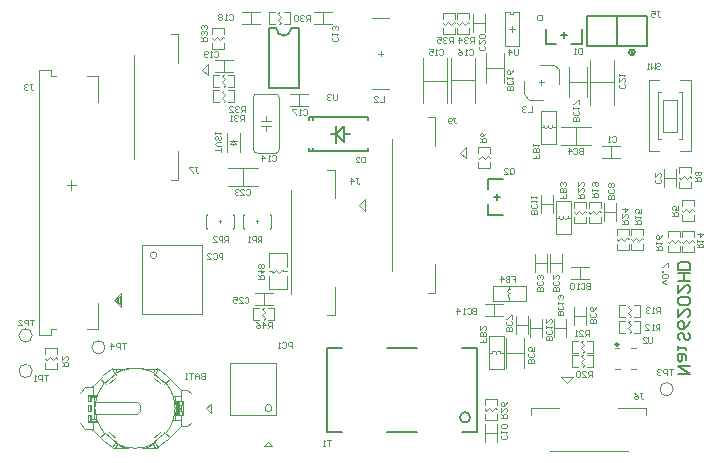
<source format=gbo>
%FSLAX44Y44*%
%MOMM*%
G71*
G01*
G75*
G04 Layer_Color=32896*
%ADD10R,0.5000X0.6000*%
%ADD11R,1.0668X0.8128*%
%ADD12R,0.6000X0.5000*%
%ADD13R,0.8000X1.6000*%
%ADD14O,2.0320X0.6096*%
%ADD15R,2.0320X0.6096*%
%ADD16O,2.0000X0.3500*%
%ADD17R,1.5000X0.4000*%
G04:AMPARAMS|DCode=18|XSize=0.22mm|YSize=0.8mm|CornerRadius=0mm|HoleSize=0mm|Usage=FLASHONLY|Rotation=90.000|XOffset=0mm|YOffset=0mm|HoleType=Round|Shape=RoundedRectangle|*
%AMROUNDEDRECTD18*
21,1,0.2200,0.8000,0,0,90.0*
21,1,0.2200,0.8000,0,0,90.0*
1,1,0.0000,0.4000,0.1100*
1,1,0.0000,0.4000,-0.1100*
1,1,0.0000,-0.4000,-0.1100*
1,1,0.0000,-0.4000,0.1100*
%
%ADD18ROUNDEDRECTD18*%
G04:AMPARAMS|DCode=19|XSize=0.22mm|YSize=0.8mm|CornerRadius=0mm|HoleSize=0mm|Usage=FLASHONLY|Rotation=0.000|XOffset=0mm|YOffset=0mm|HoleType=Round|Shape=RoundedRectangle|*
%AMROUNDEDRECTD19*
21,1,0.2200,0.8000,0,0,0.0*
21,1,0.2200,0.8000,0,0,0.0*
1,1,0.0000,0.1100,-0.4000*
1,1,0.0000,-0.1100,-0.4000*
1,1,0.0000,-0.1100,0.4000*
1,1,0.0000,0.1100,0.4000*
%
%ADD19ROUNDEDRECTD19*%
%ADD20R,4.3000X4.3000*%
%ADD21R,1.4000X0.6000*%
%ADD22R,1.8000X0.2500*%
%ADD23R,1.2000X2.2000*%
%ADD24R,1.6000X1.4000*%
%ADD25R,1.1000X1.4000*%
%ADD26R,0.7000X1.6000*%
%ADD27R,0.6000X0.7000*%
%ADD28R,1.2000X1.4000*%
%ADD29P,1.8385X4X90.0*%
%ADD30R,0.8890X1.0160*%
%ADD31R,1.0160X0.8890*%
%ADD32C,0.4000*%
%ADD33C,0.2000*%
%ADD34C,0.3000*%
%ADD35C,0.2540*%
%ADD36C,0.1270*%
%ADD37C,0.5000*%
%ADD38C,0.6000*%
%ADD39C,0.5000*%
%ADD40C,0.3000*%
G04:AMPARAMS|DCode=41|XSize=4mm|YSize=4mm|CornerRadius=2mm|HoleSize=0mm|Usage=FLASHONLY|Rotation=0.000|XOffset=0mm|YOffset=0mm|HoleType=Round|Shape=RoundedRectangle|*
%AMROUNDEDRECTD41*
21,1,4.0000,0.0000,0,0,0.0*
21,1,0.0000,4.0000,0,0,0.0*
1,1,4.0000,0.0000,0.0000*
1,1,4.0000,0.0000,0.0000*
1,1,4.0000,0.0000,0.0000*
1,1,4.0000,0.0000,0.0000*
%
%ADD41ROUNDEDRECTD41*%
%ADD42R,1.5240X1.5240*%
%ADD43C,1.5240*%
%ADD44C,0.8000*%
%ADD45R,0.8128X1.0668*%
%ADD46P,1.8385X4X180.0*%
%ADD47R,1.3970X1.3970*%
%ADD48R,2.1000X0.8000*%
%ADD49R,3.0000X2.1000*%
%ADD50R,1.6000X1.2000*%
%ADD51R,1.2000X1.8000*%
%ADD52R,1.0000X1.6000*%
%ADD53R,0.7500X0.2000*%
%ADD54R,0.2000X0.7500*%
%ADD55C,0.8000*%
%ADD56R,0.4064X0.5500*%
%ADD57R,0.3048X0.5500*%
%ADD58R,0.8128X0.8128*%
%ADD59R,1.6000X2.2000*%
G04:AMPARAMS|DCode=60|XSize=2mm|YSize=2mm|CornerRadius=0mm|HoleSize=0mm|Usage=FLASHONLY|Rotation=180.000|XOffset=0mm|YOffset=0mm|HoleType=Round|Shape=RoundedRectangle|*
%AMROUNDEDRECTD60*
21,1,2.0000,2.0000,0,0,180.0*
21,1,2.0000,2.0000,0,0,180.0*
1,1,0.0000,-1.0000,1.0000*
1,1,0.0000,1.0000,1.0000*
1,1,0.0000,1.0000,-1.0000*
1,1,0.0000,-1.0000,-1.0000*
%
%ADD60ROUNDEDRECTD60*%
%ADD61R,0.8128X0.8128*%
%ADD62R,2.4130X2.1844*%
%ADD63R,1.1000X0.3000*%
%ADD64R,2.1500X6.3000*%
%ADD65R,1.2000X2.0000*%
%ADD66R,0.7000X0.6000*%
%ADD67R,0.8000X2.1000*%
%ADD68R,2.1000X3.0000*%
%ADD69R,1.1000X0.5000*%
%ADD70R,0.7600X1.5200*%
%ADD71C,0.1999*%
%ADD72C,0.1250*%
%ADD73C,0.2032*%
%ADD74C,0.1000*%
%ADD75C,0.1200*%
%ADD76R,0.7040X0.8040*%
%ADD77R,1.2708X1.0168*%
%ADD78R,0.8040X0.7040*%
%ADD79R,1.0040X1.8040*%
%ADD80O,2.2360X0.8136*%
%ADD81R,2.2360X0.8136*%
%ADD82O,2.2040X0.5540*%
%ADD83R,1.7040X0.6040*%
G04:AMPARAMS|DCode=84|XSize=0.424mm|YSize=1.004mm|CornerRadius=0mm|HoleSize=0mm|Usage=FLASHONLY|Rotation=90.000|XOffset=0mm|YOffset=0mm|HoleType=Round|Shape=RoundedRectangle|*
%AMROUNDEDRECTD84*
21,1,0.4240,1.0040,0,0,90.0*
21,1,0.4240,1.0040,0,0,90.0*
1,1,0.0000,0.5020,0.2120*
1,1,0.0000,0.5020,-0.2120*
1,1,0.0000,-0.5020,-0.2120*
1,1,0.0000,-0.5020,0.2120*
%
%ADD84ROUNDEDRECTD84*%
G04:AMPARAMS|DCode=85|XSize=0.424mm|YSize=1.004mm|CornerRadius=0mm|HoleSize=0mm|Usage=FLASHONLY|Rotation=0.000|XOffset=0mm|YOffset=0mm|HoleType=Round|Shape=RoundedRectangle|*
%AMROUNDEDRECTD85*
21,1,0.4240,1.0040,0,0,0.0*
21,1,0.4240,1.0040,0,0,0.0*
1,1,0.0000,0.2120,-0.5020*
1,1,0.0000,-0.2120,-0.5020*
1,1,0.0000,-0.2120,0.5020*
1,1,0.0000,0.2120,0.5020*
%
%ADD85ROUNDEDRECTD85*%
%ADD86R,4.5040X4.5040*%
%ADD87R,1.6040X0.8040*%
%ADD88R,2.0040X0.4540*%
%ADD89R,1.4040X2.4040*%
%ADD90R,1.8040X1.6040*%
%ADD91R,1.3040X1.6040*%
%ADD92R,0.9040X1.8040*%
%ADD93R,0.8040X0.9040*%
%ADD94R,1.4040X1.6040*%
%ADD95P,2.1270X4X90.0*%
%ADD96R,1.0930X1.2200*%
%ADD97R,1.2200X1.0930*%
%ADD98C,0.7040*%
%ADD99C,0.5040*%
%ADD100C,0.2040*%
G04:AMPARAMS|DCode=101|XSize=4.204mm|YSize=4.204mm|CornerRadius=2.102mm|HoleSize=0mm|Usage=FLASHONLY|Rotation=0.000|XOffset=0mm|YOffset=0mm|HoleType=Round|Shape=RoundedRectangle|*
%AMROUNDEDRECTD101*
21,1,4.2040,0.0000,0,0,0.0*
21,1,0.0000,4.2040,0,0,0.0*
1,1,4.2040,0.0000,0.0000*
1,1,4.2040,0.0000,0.0000*
1,1,4.2040,0.0000,0.0000*
1,1,4.2040,0.0000,0.0000*
%
%ADD101ROUNDEDRECTD101*%
%ADD102R,1.7280X1.7280*%
%ADD103C,1.7280*%
%ADD104R,1.0168X1.2708*%
%ADD105P,2.1270X4X180.0*%
%ADD106R,1.6010X1.6010*%
%ADD107R,2.3040X1.0040*%
%ADD108R,3.2040X2.3040*%
%ADD109R,1.8040X1.4040*%
%ADD110R,1.4040X2.0040*%
%ADD111R,1.2040X1.8040*%
%ADD112R,0.9540X0.4040*%
%ADD113R,0.4040X0.9540*%
%ADD114C,1.0040*%
%ADD115R,0.6104X0.7540*%
%ADD116R,0.5088X0.7540*%
%ADD117R,1.0168X1.0168*%
%ADD118R,1.8040X2.4040*%
G04:AMPARAMS|DCode=119|XSize=2.204mm|YSize=2.204mm|CornerRadius=0mm|HoleSize=0mm|Usage=FLASHONLY|Rotation=180.000|XOffset=0mm|YOffset=0mm|HoleType=Round|Shape=RoundedRectangle|*
%AMROUNDEDRECTD119*
21,1,2.2040,2.2040,0,0,180.0*
21,1,2.2040,2.2040,0,0,180.0*
1,1,0.0000,-1.1020,1.1020*
1,1,0.0000,1.1020,1.1020*
1,1,0.0000,1.1020,-1.1020*
1,1,0.0000,-1.1020,-1.1020*
%
%ADD119ROUNDEDRECTD119*%
%ADD120R,1.0168X1.0168*%
%ADD121R,2.6170X2.3884*%
%ADD122R,1.3040X0.5040*%
%ADD123R,2.3540X6.5040*%
%ADD124R,1.4040X2.2040*%
%ADD125R,0.9040X0.8040*%
%ADD126R,1.0040X2.3040*%
%ADD127R,2.3040X3.2040*%
%ADD128R,1.3040X0.7040*%
%ADD129R,0.9640X1.7240*%
%ADD130C,0.1524*%
D33*
X-18800Y83000D02*
X-11800Y76000D01*
X-18800Y83000D02*
X-11775Y90025D01*
X-11780Y76000D02*
Y90000D01*
X-18800Y75800D02*
Y90200D01*
X-23000Y83000D02*
X-18800D01*
X-11780D02*
X-7000D01*
X-42000Y97500D02*
X8000D01*
Y68500D02*
Y71000D01*
Y95000D02*
Y97500D01*
X-38000Y95000D02*
Y97500D01*
X-42000Y68500D02*
X8000D01*
X-38000D02*
Y71000D01*
X-42000Y68500D02*
Y71000D01*
Y95000D02*
Y97500D01*
X271000Y-120000D02*
X280997D01*
X271000Y-113336D01*
X280997D01*
X277665Y-108337D02*
Y-105005D01*
X275998Y-103339D01*
X271000D01*
Y-108337D01*
X272666Y-110003D01*
X274332Y-108337D01*
Y-103339D01*
X271000Y-100006D02*
Y-96674D01*
Y-98340D01*
X277665D01*
Y-100006D01*
X279331Y-85011D02*
X280997Y-86677D01*
Y-90010D01*
X279331Y-91676D01*
X277665D01*
X275998Y-90010D01*
Y-86677D01*
X274332Y-85011D01*
X272666D01*
X271000Y-86677D01*
Y-90010D01*
X272666Y-91676D01*
X280997Y-75015D02*
X279331Y-78347D01*
X275998Y-81679D01*
X272666D01*
X271000Y-80013D01*
Y-76681D01*
X272666Y-75015D01*
X274332D01*
X275998Y-76681D01*
Y-81679D01*
X271000Y-65018D02*
Y-71682D01*
X277665Y-65018D01*
X279331D01*
X280997Y-66684D01*
Y-70016D01*
X279331Y-71682D01*
Y-61685D02*
X280997Y-60019D01*
Y-56687D01*
X279331Y-55021D01*
X272666D01*
X271000Y-56687D01*
Y-60019D01*
X272666Y-61685D01*
X279331D01*
X271000Y-45024D02*
Y-51689D01*
X277665Y-45024D01*
X279331D01*
X280997Y-46690D01*
Y-50023D01*
X279331Y-51689D01*
X280997Y-41692D02*
X271000D01*
X275998D01*
Y-35027D01*
X280997D01*
X271000D01*
X280997Y-31695D02*
X271000D01*
Y-26697D01*
X272666Y-25031D01*
X279331D01*
X280997Y-26697D01*
Y-31695D01*
D35*
X220000Y-95000D02*
G03*
X220000Y-95000I-1000J0D01*
G01*
D36*
X94785Y-156860D02*
G03*
X94785Y-156860I-4387J0D01*
G01*
D71*
X-69490Y172740D02*
G03*
X-56790Y172740I6350J0D01*
G01*
X-50440Y121940D02*
Y172740D01*
X-75840Y121940D02*
X-50440D01*
X-75840D02*
Y172740D01*
X-69490D01*
X-56790D02*
X-50440D01*
D72*
X-73000Y-149000D02*
G03*
X-73000Y-149000I-3000J0D01*
G01*
X129269Y-52000D02*
G03*
X129272Y-55809I-634J-1905D01*
G01*
X129269Y-48190D02*
G03*
X129272Y-51999I-634J-1905D01*
G01*
X-203728Y-179662D02*
G03*
X-174346Y-179662I14691J30662D01*
G01*
X-221373Y-138493D02*
G03*
X-221373Y-159507I32336J-10507D01*
G01*
X-174346Y-118338D02*
G03*
X-203728Y-118338I-14691J-30662D01*
G01*
X-156540Y-158997D02*
G03*
X-156540Y-139003I-32497J9997D01*
G01*
X-220819Y-137495D02*
G03*
X-221164Y-138499I31782J-11505D01*
G01*
X-214929Y-127274D02*
G03*
X-220819Y-137495I25892J-21726D01*
G01*
X-221164Y-159501D02*
G03*
X-220819Y-160505I32127J10501D01*
G01*
X-156749Y-139005D02*
G03*
X-163145Y-127274I-32288J-9995D01*
G01*
X-220819Y-160505D02*
G03*
X-214929Y-170726I31782J11505D01*
G01*
X-163145Y-170726D02*
G03*
X-156749Y-158995I-25892J21726D01*
G01*
X-174432Y-179482D02*
G03*
X-173903Y-179222I-14605J30482D01*
G01*
Y-118778D02*
G03*
X-174432Y-118518I-15134J-30222D01*
G01*
X-210762Y-169689D02*
G03*
X-205639Y-173988I21725J20689D01*
G01*
Y-124012D02*
G03*
X-210762Y-128311I16602J-24988D01*
G01*
X-163758Y-127788D02*
G03*
X-172537Y-120421I-25280J-21212D01*
G01*
X-167312Y-128311D02*
G03*
X-172435Y-124012I-21725J-20689D01*
G01*
X-172537Y-177579D02*
G03*
X-163758Y-170212I-16500J28579D01*
G01*
X-172435Y-173988D02*
G03*
X-167312Y-169689I-16602J24988D01*
G01*
X-203642Y-118518D02*
G03*
X-204171Y-118778I14605J-30482D01*
G01*
X-204224Y-118804D02*
G03*
X-205937Y-119728I15187J-30196D01*
G01*
X-172137Y-119728D02*
G03*
X-173903Y-118778I-16900J-29272D01*
G01*
Y-179222D02*
G03*
X-172137Y-178272I-15134J30222D01*
G01*
X-161662Y-121875D02*
G03*
X-169811Y-115656I-27224J-27224D01*
G01*
Y-182344D02*
G03*
X-161662Y-176125I-19075J33442D01*
G01*
X-216170Y-176262D02*
G03*
X-208254Y-182347I27224J27224D01*
G01*
X-214316Y-170212D02*
G03*
X-205537Y-177579I25280J21212D01*
G01*
X-204171Y-179222D02*
G03*
X-203642Y-179482I15134J30222D01*
G01*
X-205886Y-178301D02*
G03*
X-204171Y-179222I16849J29301D01*
G01*
X-208254Y-182347D02*
G03*
X-207962Y-182514I19308J33308D01*
G01*
X-208254Y-115653D02*
G03*
X-216170Y-121738I19308J-33308D01*
G01*
X-205537Y-120421D02*
G03*
X-214317Y-127788I16500J-28579D01*
G01*
X117000Y-103269D02*
G03*
X113191Y-103272I-1905J634D01*
G01*
X120810Y-103269D02*
G03*
X117001Y-103272I-1905J634D01*
G01*
X174000Y13269D02*
G03*
X177809Y13272I1905J-634D01*
G01*
X170190Y13269D02*
G03*
X173999Y13272I1905J-634D01*
G01*
X156480Y181366D02*
G03*
X156480Y181366I-2500J0D01*
G01*
X161000Y90269D02*
G03*
X164809Y90272I1905J-634D01*
G01*
X157190Y90269D02*
G03*
X160999Y90272I1905J-634D01*
G01*
X54840Y108950D02*
Y147050D01*
X75160Y108950D02*
Y147050D01*
X54840Y128000D02*
X75160D01*
X78840Y109450D02*
Y147550D01*
X99160Y109450D02*
Y147550D01*
X78840Y128500D02*
X99160D01*
X28500Y-33000D02*
Y79000D01*
X59000Y-51150D02*
X65250D01*
Y-27400D01*
Y73150D02*
Y97150D01*
X59000D02*
X65250D01*
X85885Y67355D02*
X90885Y72355D01*
Y62355D02*
Y72355D01*
X85885Y67355D02*
X90885Y62355D01*
X-108500Y-111000D02*
X-69500D01*
X-108500Y-155000D02*
Y-111000D01*
Y-155000D02*
X-69500D01*
Y-111000D01*
X-76500Y-177500D02*
X-73000Y-181000D01*
X-80000D02*
X-73000D01*
X-80000D02*
X-76500Y-177500D01*
X227810Y-4730D02*
X229080Y-6000D01*
X225270Y-7270D02*
X227810Y-4730D01*
X222730D02*
X225270Y-7270D01*
X220190D02*
X222730Y-4730D01*
X218920Y-6000D02*
X220190Y-7270D01*
X229080Y-14890D02*
Y-9810D01*
X218920Y-14890D02*
X229080D01*
X218920D02*
Y-9810D01*
X229080Y-2190D02*
Y2890D01*
X218920D02*
X229080D01*
X218920Y-2190D02*
Y2890D01*
X228730Y-63190D02*
X230000Y-61920D01*
X228730Y-63190D02*
X231270Y-65730D01*
X228730Y-68270D02*
X231270Y-65730D01*
X228730Y-68270D02*
X231270Y-70810D01*
X230000Y-72080D02*
X231270Y-70810D01*
X233810Y-61920D02*
X238890D01*
Y-72080D02*
Y-61920D01*
X233810Y-72080D02*
X238890D01*
X221110Y-61920D02*
X226190D01*
X221110Y-72080D02*
Y-61920D01*
Y-72080D02*
X226190D01*
X-159000Y167450D02*
X-152750D01*
Y143450D02*
Y167450D01*
Y44550D02*
Y68300D01*
X-159000Y44550D02*
X-152750D01*
X-189500Y62000D02*
Y150000D01*
X-131927Y137635D02*
X-126927Y142635D01*
Y132635D02*
Y142635D01*
X-131927Y137635D02*
X-126927Y132635D01*
X114030Y-45650D02*
X138160D01*
X114030Y-58350D02*
Y-45650D01*
Y-58350D02*
X141970D01*
Y-45650D01*
X138160D02*
X141970D01*
X128000Y-58000D02*
Y-55810D01*
Y-48190D02*
Y-46000D01*
X230920Y-6000D02*
X232190Y-7270D01*
X234730Y-4730D01*
X237270Y-7270D01*
X239810Y-4730D01*
X241080Y-6000D01*
X230920Y-2190D02*
Y2890D01*
X241080D01*
Y-2190D02*
Y2890D01*
X230920Y-14890D02*
Y-9810D01*
Y-14890D02*
X241080D01*
Y-9810D01*
X83900Y176866D02*
X85170Y175596D01*
X87710Y178136D01*
X90250Y175596D01*
X92790Y178136D01*
X94060Y176866D01*
X83900Y180676D02*
Y185756D01*
X94060D01*
Y180676D02*
Y185756D01*
X83900Y167976D02*
Y173056D01*
Y167976D02*
X94060D01*
Y173056D01*
X-110190Y120080D02*
X-105110D01*
Y109920D02*
Y120080D01*
X-110190Y109920D02*
X-105110D01*
X-122890Y120080D02*
X-117810D01*
X-122890Y109920D02*
Y120080D01*
Y109920D02*
X-117810D01*
X-115270Y118810D02*
X-114000Y120080D01*
X-115270Y118810D02*
X-112730Y116270D01*
X-115270Y113730D02*
X-112730Y116270D01*
X-115270Y113730D02*
X-112730Y111190D01*
X-114000Y109920D02*
X-112730Y111190D01*
X-68270Y184810D02*
X-67000Y186080D01*
X-68270Y184810D02*
X-65730Y182270D01*
X-68270Y179730D02*
X-65730Y182270D01*
X-68270Y179730D02*
X-65730Y177190D01*
X-67000Y175920D02*
X-65730Y177190D01*
X-63190Y186080D02*
X-58110D01*
Y175920D02*
Y186080D01*
X-63190Y175920D02*
X-58110D01*
X-75890Y186080D02*
X-70810D01*
X-75890Y175920D02*
Y186080D01*
Y175920D02*
X-70810D01*
X-125000Y-152750D02*
Y-145250D01*
X-128750Y-149000D02*
X-125000Y-145250D01*
X-128750Y-149000D02*
X-125000Y-152750D01*
X-222500Y-144000D02*
X-187500D01*
X-185000Y-146500D01*
Y-151500D02*
Y-146500D01*
X-187500Y-154000D02*
X-185000Y-151500D01*
X-222500Y-154000D02*
X-187500D01*
X-227500Y-139090D02*
X-227500Y-139216D01*
X-227500Y-139090D02*
Y-138979D01*
Y-138890D01*
Y-138830D01*
Y-138802D01*
Y-138800D01*
X-222077Y-140977D02*
Y-139500D01*
Y-158500D02*
Y-157023D01*
X-155037Y-159000D02*
Y-155000D01*
Y-143000D02*
Y-139000D01*
X-152488Y-155000D02*
Y-143000D01*
X-153439Y-155000D02*
Y-143000D01*
X-223500Y-158500D02*
Y-139500D01*
X-155443Y-154241D02*
X-154439D01*
X-155443Y-143759D02*
X-154439D01*
X-155284Y-144910D02*
X-154439D01*
X-155284Y-153090D02*
X-154439D01*
X-223500Y-139500D02*
X-222077D01*
X-226000D02*
X-223500D01*
X-221995D02*
X-221990D01*
X-222077D02*
X-221995D01*
X-226000Y-158500D02*
X-223500D01*
X-222077D01*
X-221995D01*
X-221990D01*
X-227537Y-159500D02*
Y-155000D01*
Y-151415D02*
Y-146581D01*
Y-143000D02*
Y-138500D01*
X-228537Y-160500D02*
X-227537Y-159500D01*
X-228537Y-137500D02*
X-227537Y-138500D01*
X-236037Y-136500D02*
X-231037Y-131500D01*
X-228537Y-137500D02*
X-224737D01*
X-228537Y-160500D02*
Y-155000D01*
Y-151500D02*
Y-146500D01*
Y-143000D02*
Y-137500D01*
Y-160500D02*
X-224737D01*
X-231037Y-166500D02*
X-225931D01*
X-236037Y-161500D02*
X-231037Y-166500D01*
Y-131500D02*
X-225931D01*
X-150037Y-151232D02*
Y-146768D01*
Y-143000D02*
Y-139000D01*
Y-133500D02*
X-145037D01*
X-142037Y-136500D01*
X-148037Y-151500D02*
Y-146500D01*
X-145037Y-164500D02*
X-142037Y-161548D01*
X-150037Y-164500D02*
X-145037D01*
X-150037Y-159000D02*
Y-155000D01*
X-227500Y-149500D02*
X-226000D01*
X-227500Y-148500D02*
X-226000D01*
X-227500D02*
Y-146772D01*
Y-149500D02*
Y-148500D01*
Y-151228D02*
Y-149500D01*
Y-159200D02*
Y-158784D01*
X-226000Y-151228D02*
Y-149500D01*
Y-148500D01*
Y-146772D01*
Y-139216D02*
Y-138800D01*
Y-159200D02*
Y-158784D01*
X-227500Y-139300D02*
X-226000D01*
X-227500Y-139216D02*
X-226000D01*
X-227500Y-158784D02*
X-226000D01*
X-227500Y-158700D02*
X-226000D01*
X-151488Y-149500D02*
X-150037D01*
Y-151232D02*
X-149988D01*
X-151488Y-149500D02*
Y-148500D01*
Y-151416D02*
Y-149500D01*
Y-148500D02*
Y-146584D01*
X-150037Y-146768D02*
X-149988D01*
X-151488Y-148500D02*
X-150037D01*
X-149988Y-151416D02*
Y-151232D01*
Y-146768D02*
Y-146584D01*
X-154439Y-155000D02*
Y-154241D01*
Y-153090D01*
Y-152331D01*
Y-145669D02*
Y-144910D01*
Y-143759D01*
Y-143000D01*
X-151488Y-151416D02*
X-149988D01*
X-151488Y-146584D02*
X-149988D01*
X-227500Y-151228D02*
X-226000D01*
X-227500Y-146772D02*
X-226000D01*
X-227500Y-158700D02*
Y-155000D01*
Y-158784D02*
Y-158700D01*
Y-158784D02*
Y-158700D01*
Y-139300D02*
X-227500Y-139216D01*
X-227500Y-143000D02*
Y-139300D01*
Y-143000D02*
X-227500Y-139216D01*
X-151488Y-155000D02*
Y-151416D01*
X-148988Y-155000D02*
Y-151500D01*
X-151355D02*
X-148988D01*
X-148037D01*
X-155571Y-143000D02*
X-154439D01*
X-152488D02*
X-151488D01*
X-153439D02*
X-152488D01*
X-154439D02*
X-153439D01*
X-155571Y-155000D02*
X-154439D01*
X-153439D01*
X-152488D01*
X-151488D01*
X-148988D01*
X-148037D01*
Y-151500D01*
X-148988Y-143000D02*
X-148037D01*
Y-146500D02*
Y-143000D01*
X-148988Y-146500D02*
X-148037D01*
X-151488Y-146584D02*
Y-143000D01*
X-148988D01*
Y-146500D02*
Y-143000D01*
X-151355Y-146500D02*
X-148988D01*
X-151488Y-146584D02*
X-151355Y-146500D01*
X-226000Y-143000D02*
Y-139300D01*
X-226000Y-139216D01*
X-228500Y-146500D02*
X-226296D01*
X-228500Y-151500D02*
X-226296D01*
X-226000Y-158700D02*
X-226000Y-158784D01*
X-226000Y-158700D02*
Y-155000D01*
X-228500Y-143000D02*
X-226000D01*
X-228500Y-155000D02*
X-226000D01*
X-155201Y-145669D02*
X-154439D01*
Y-152331D02*
Y-145669D01*
X-155201Y-152331D02*
X-154439D01*
X-179517Y-116360D02*
Y-115500D01*
Y-182500D02*
Y-181640D01*
X-198556Y-182500D02*
Y-181640D01*
Y-116360D02*
Y-115500D01*
X-227537Y-159500D02*
X-224737D01*
X-227537Y-138500D02*
X-224737D01*
X-174410Y-118453D02*
X-174345Y-118338D01*
X-179517Y-115500D02*
X-175581Y-117776D01*
X-202495Y-117777D02*
X-198556Y-115500D01*
X-203729Y-118338D02*
X-203664Y-118453D01*
X-179517Y-182500D02*
X-175581Y-180224D01*
X-174410Y-179547D02*
X-174345Y-179662D01*
X-203729Y-179662D02*
X-203664Y-179547D01*
X-202495Y-180223D02*
X-198556Y-182500D01*
X-224737Y-138500D02*
Y-137500D01*
Y-138500D02*
X-221165D01*
X-224737Y-137500D02*
X-220821D01*
X-224737D02*
Y-130306D01*
Y-159500D02*
X-221165D01*
X-156750Y-139000D02*
X-150037D01*
Y-133500D01*
X-224737Y-160500D02*
X-220821D01*
X-224737Y-167694D02*
Y-160500D01*
Y-159500D01*
X-156750Y-159000D02*
X-150037D01*
Y-164500D02*
Y-159000D01*
X-174410Y-179547D02*
X-173887Y-179245D01*
X-174410Y-179547D02*
Y-179471D01*
Y-118529D02*
Y-118453D01*
X-173887Y-118755D01*
X-204187Y-118755D02*
X-203664Y-118453D01*
Y-118529D02*
Y-118453D01*
Y-179547D02*
Y-179471D01*
X-204187Y-179245D02*
X-203664Y-179547D01*
X-206053Y-115500D02*
X-198556D01*
X-179517D02*
X-172021D01*
X-183228D02*
X-179517D01*
X-198556D02*
X-194846D01*
X-179517Y-182500D02*
X-172021D01*
X-206053D02*
X-198556D01*
X-194846D01*
X-183228D02*
X-179517D01*
X-172537Y-120421D02*
X-172139Y-119727D01*
X-159415Y-173878D02*
X-150037Y-164500D01*
X-161662Y-176125D02*
X-159415Y-173878D01*
X-172537Y-177579D02*
X-172139Y-178273D01*
X-163766Y-170222D02*
X-159415Y-173878D01*
X-173068Y-121349D02*
X-172537Y-120421D01*
X-164578Y-169538D02*
X-163766Y-170222D01*
X-173068Y-176651D02*
X-172537Y-177579D01*
X-205537Y-120421D02*
X-205005Y-121349D01*
X-208266Y-115660D02*
X-207987Y-115500D01*
X-206053D01*
X-204187Y-118755D01*
X-204196Y-118790D02*
X-204187Y-118755D01*
X-173887Y-118755D02*
X-173878Y-118790D01*
X-173887Y-118755D02*
X-172021Y-115500D01*
X-170087D01*
X-172139Y-119727D02*
X-169806Y-115659D01*
X-172021Y-182500D02*
X-170087D01*
X-173887Y-179245D02*
X-172021Y-182500D01*
X-173887Y-179245D02*
X-173878Y-179210D01*
X-172139Y-178273D02*
X-169806Y-182341D01*
X-170087Y-115500D02*
X-169806Y-115659D01*
X-170087Y-182500D02*
X-169806Y-182341D01*
X-204196Y-179210D02*
X-204187Y-179245D01*
X-206053Y-182500D02*
X-204187Y-179245D01*
X-207987Y-182500D02*
X-206053D01*
X-208266Y-182340D02*
X-205935Y-178273D01*
X-205537Y-177579D01*
X-205005Y-176651D01*
X-218610Y-173821D02*
X-216170Y-176262D01*
X-225931Y-166500D02*
X-224737Y-167694D01*
X-218610Y-173821D01*
X-214312Y-170218D02*
X-213496Y-169534D01*
X-218610Y-173821D02*
X-214312Y-170218D01*
X-164578Y-128462D02*
X-163766Y-127779D01*
X-159415Y-124122D01*
X-161662Y-121875D02*
X-159415Y-124122D01*
X-150037Y-133500D01*
X-208266Y-115660D02*
X-205935Y-119727D01*
X-205537Y-120421D01*
X-218610Y-124179D02*
X-214311Y-127782D01*
X-213496Y-128465D01*
X-224737Y-130306D02*
X-218610Y-124179D01*
X-225931Y-131500D02*
X-224737Y-130306D01*
X-218610Y-124179D02*
X-216170Y-121738D01*
X-227500Y-159200D02*
X-226000D01*
X-227500Y-138800D02*
X-226000D01*
X125380Y-102505D02*
X140620D01*
X125380Y-115205D02*
Y-89805D01*
X140620Y-115205D02*
Y-89805D01*
X144080Y-86620D02*
Y-79000D01*
X133920D02*
X144080D01*
X133920Y-86620D02*
Y-79000D01*
X144080D02*
Y-71380D01*
X133920Y-79000D02*
X144080D01*
X133920D02*
Y-71380D01*
X207920Y17000D02*
Y24620D01*
Y17000D02*
X218080D01*
Y24620D01*
X207920Y9380D02*
Y17000D01*
X218080D01*
Y9380D02*
Y17000D01*
X188000Y-29920D02*
X195620D01*
X188000Y-40080D02*
Y-29920D01*
Y-40080D02*
X195620D01*
X180380Y-29920D02*
X188000D01*
Y-40080D02*
Y-29920D01*
X180380Y-40080D02*
X188000D01*
X145598Y-81495D02*
Y-73875D01*
Y-81495D02*
X155758D01*
Y-73875D01*
X145598Y-89115D02*
Y-81495D01*
X155758D01*
Y-89115D02*
Y-81495D01*
X175758Y-89115D02*
Y-81495D01*
X165598D02*
X175758D01*
X165598Y-89115D02*
Y-81495D01*
X175758D02*
Y-73875D01*
X165598Y-81495D02*
X175758D01*
X165598D02*
Y-73875D01*
X107380Y-71080D02*
X115000D01*
Y-60920D01*
X107380D02*
X115000D01*
Y-71080D02*
X122620D01*
X115000D02*
Y-60920D01*
X122620D01*
X108380Y139000D02*
X123620D01*
Y126300D02*
Y151700D01*
X108380Y126300D02*
Y151700D01*
X214000Y73080D02*
X221620D01*
X214000Y62920D02*
Y73080D01*
Y62920D02*
X221620D01*
X206380Y73080D02*
X214000D01*
Y62920D02*
Y73080D01*
X206380Y62920D02*
X214000D01*
X269080Y38380D02*
Y46000D01*
X258920D02*
X269080D01*
X258920Y38380D02*
Y46000D01*
X269080D02*
Y53620D01*
X258920Y46000D02*
X269080D01*
X258920D02*
Y53620D01*
X106920Y-170000D02*
Y-162380D01*
Y-170000D02*
X117080D01*
Y-162380D01*
X106920Y-177620D02*
Y-170000D01*
X117080D01*
Y-177620D02*
Y-170000D01*
X123350Y-112160D02*
Y-88030D01*
X110650D02*
X123350D01*
X110650Y-115970D02*
Y-88030D01*
Y-115970D02*
X123350D01*
Y-112160D01*
X111000Y-102000D02*
X113190D01*
X120810D02*
X123000D01*
X167650Y-1970D02*
Y22160D01*
Y-1970D02*
X180350D01*
Y25970D01*
X167650D02*
X180350D01*
X167650Y22160D02*
Y25970D01*
X177810Y12000D02*
X180000D01*
X168000D02*
X170190D01*
X-26323Y53010D02*
X-20073D01*
Y29010D02*
Y53010D01*
Y-69890D02*
Y-46140D01*
X-26323Y-69890D02*
X-20073D01*
X-56823Y-52440D02*
Y35560D01*
X750Y23196D02*
X5750Y28196D01*
Y18196D02*
Y28196D01*
X750Y23196D02*
X5750Y18196D01*
X100920Y66810D02*
Y71890D01*
X111080D01*
Y66810D02*
Y71890D01*
X100920Y54110D02*
Y59190D01*
Y54110D02*
X111080D01*
Y59190D01*
X100920Y63000D02*
X102190Y61730D01*
X104730Y64270D01*
X107270Y61730D01*
X109810Y64270D01*
X111080Y63000D01*
X228730Y-76190D02*
X230000Y-74920D01*
X228730Y-76190D02*
X231270Y-78730D01*
X228730Y-81270D02*
X231270Y-78730D01*
X228730Y-81270D02*
X231270Y-83810D01*
X230000Y-85080D02*
X231270Y-83810D01*
X233810Y-74920D02*
X238890D01*
Y-85080D02*
Y-74920D01*
X233810Y-85080D02*
X238890D01*
X221110Y-74920D02*
X226190D01*
X221110Y-85080D02*
Y-74920D01*
Y-85080D02*
X226190D01*
X261920Y-8000D02*
X263190Y-9270D01*
X265730Y-6730D01*
X268270Y-9270D01*
X270810Y-6730D01*
X272080Y-8000D01*
X261920Y-4190D02*
Y890D01*
X272080D01*
Y-4190D02*
Y890D01*
X261920Y-16890D02*
Y-11810D01*
Y-16890D02*
X272080D01*
Y-11810D01*
X281777Y68431D02*
Y128431D01*
X245778Y68431D02*
Y128431D01*
X273778Y78431D02*
Y118431D01*
X253778Y78431D02*
Y118431D01*
X269778Y84931D02*
Y111931D01*
X257778D02*
X269778D01*
X257778Y84931D02*
Y111931D01*
Y84931D02*
X269778D01*
X253778Y78431D02*
X256087D01*
X271444D02*
X273778D01*
X253778Y118431D02*
X255986D01*
X271394D02*
X273778D01*
X245778Y128431D02*
X254778D01*
X272778D02*
X281777D01*
X245778Y68431D02*
X254778D01*
X272778D02*
X281777D01*
X-106000Y74000D02*
Y75000D01*
X-106033Y77000D02*
Y78000D01*
X-109000Y77000D02*
X-103000D01*
X-100500Y68000D02*
Y84000D01*
X-111500Y68000D02*
Y84000D01*
X-106000Y77270D02*
X-103730Y75000D01*
X-108270D02*
X-106000Y77270D01*
X-108270Y75000D02*
X-103730D01*
X188730Y-93190D02*
X190000Y-91920D01*
X188730Y-93190D02*
X191270Y-95730D01*
X188730Y-98270D02*
X191270Y-95730D01*
X188730Y-98270D02*
X191270Y-100810D01*
X190000Y-102080D02*
X191270Y-100810D01*
X193810Y-91920D02*
X198890D01*
Y-102080D02*
Y-91920D01*
X193810Y-102080D02*
X198890D01*
X181110Y-91920D02*
X186190D01*
X181110Y-102080D02*
Y-91920D01*
Y-102080D02*
X186190D01*
X190000Y-114080D02*
X191270Y-112810D01*
X188730Y-110270D02*
X191270Y-112810D01*
X188730Y-110270D02*
X191270Y-107730D01*
X188730Y-105190D02*
X191270Y-107730D01*
X188730Y-105190D02*
X190000Y-103920D01*
X181110Y-114080D02*
X186190D01*
X181110D02*
Y-103920D01*
X186190D01*
X193810Y-114080D02*
X198890D01*
Y-103920D01*
X193810D02*
X198890D01*
X176371Y-127972D02*
X181371Y-122972D01*
X171371D02*
X181371D01*
X171371D02*
X176371Y-127972D01*
X162000Y-185500D02*
X228000D01*
X243750Y-155000D02*
Y-148750D01*
X220000D02*
X243750D01*
X146250D02*
X170250D01*
X146250Y-155000D02*
Y-148750D01*
X127480Y171866D02*
X132480D01*
X129980Y169366D02*
Y174366D01*
X135980Y157366D02*
Y186366D01*
X123980Y157366D02*
X135980D01*
X123980D02*
Y186366D01*
X128730D01*
Y184553D02*
Y186366D01*
Y184553D02*
X131230D01*
Y186366D01*
X135980D01*
X280810Y47270D02*
X282080Y46000D01*
X278270Y44730D02*
X280810Y47270D01*
X275730D02*
X278270Y44730D01*
X273190D02*
X275730Y47270D01*
X271920Y46000D02*
X273190Y44730D01*
X282080Y37110D02*
Y42190D01*
X271920Y37110D02*
X282080D01*
X271920D02*
Y42190D01*
X282080Y49810D02*
Y54890D01*
X271920D02*
X282080D01*
X271920Y49810D02*
Y54890D01*
X182920Y17000D02*
X184190Y15730D01*
X186730Y18270D01*
X189270Y15730D01*
X191810Y18270D01*
X193080Y17000D01*
X182920Y20810D02*
Y25890D01*
X193080D01*
Y20810D02*
Y25890D01*
X182920Y8110D02*
Y13190D01*
Y8110D02*
X193080D01*
Y13190D01*
X194920Y17000D02*
X196190Y15730D01*
X198730Y18270D01*
X201270Y15730D01*
X203810Y18270D01*
X205080Y17000D01*
X194920Y20810D02*
Y25890D01*
X205080D01*
Y20810D02*
Y25890D01*
X194920Y8110D02*
Y13190D01*
Y8110D02*
X205080D01*
Y13190D01*
X149920Y-26000D02*
Y-18380D01*
Y-26000D02*
X160080D01*
Y-18380D01*
X149920Y-33620D02*
Y-26000D01*
X160080D01*
Y-33620D02*
Y-26000D01*
X161920D02*
Y-18380D01*
Y-26000D02*
X172080D01*
Y-18380D01*
X161920Y-33620D02*
Y-26000D01*
X172080D01*
Y-33620D02*
Y-26000D01*
X165080Y16380D02*
Y24000D01*
X154920D02*
X165080D01*
X154920Y16380D02*
Y24000D01*
X165080D02*
Y31620D01*
X154920Y24000D02*
X165080D01*
X154920D02*
Y31620D01*
X106920Y-150000D02*
X108190Y-151270D01*
X110730Y-148730D01*
X113270Y-151270D01*
X115810Y-148730D01*
X117080Y-150000D01*
X106920Y-146190D02*
Y-141110D01*
X117080D01*
Y-146190D02*
Y-141110D01*
X106920Y-158890D02*
Y-153810D01*
Y-158890D02*
X117080D01*
Y-153810D01*
X193080Y-78620D02*
Y-71000D01*
X182920D02*
X193080D01*
X182920Y-78620D02*
Y-71000D01*
X193080D02*
Y-63380D01*
X182920Y-71000D02*
X193080D01*
X182920D02*
Y-63380D01*
X273920Y-8000D02*
X275190Y-9270D01*
X277730Y-6730D01*
X280270Y-9270D01*
X282810Y-6730D01*
X284080Y-8000D01*
X273920Y-4190D02*
Y890D01*
X284080D01*
Y-4190D02*
Y890D01*
X273920Y-16890D02*
Y-11810D01*
Y-16890D02*
X284080D01*
Y-11810D01*
X273920Y18000D02*
X275190Y16730D01*
X277730Y19270D01*
X280270Y16730D01*
X282810Y19270D01*
X284080Y18000D01*
X273920Y21810D02*
Y26890D01*
X284080D01*
Y21810D02*
Y26890D01*
X273920Y9110D02*
Y14190D01*
Y9110D02*
X284080D01*
Y14190D01*
X-57620Y106920D02*
X-50000D01*
Y117080D01*
X-57620D02*
X-50000D01*
Y106920D02*
X-42380D01*
X-50000D02*
Y117080D01*
X-42380D01*
X-91000Y186080D02*
X-83380D01*
X-91000Y175920D02*
Y186080D01*
Y175920D02*
X-83380D01*
X-98620Y186080D02*
X-91000D01*
Y175920D02*
Y186080D01*
X-98620Y175920D02*
X-91000D01*
X-37620D02*
X-30000D01*
Y186080D01*
X-37620D02*
X-30000D01*
Y175920D02*
X-22380D01*
X-30000D02*
Y186080D01*
X-22380D01*
X-121620Y135920D02*
X-114000D01*
Y146080D01*
X-121620D02*
X-114000D01*
Y135920D02*
X-106380D01*
X-114000D02*
Y146080D01*
X-106380D01*
X-123580Y164000D02*
X-122310Y162730D01*
X-119770Y165270D01*
X-117230Y162730D01*
X-114690Y165270D01*
X-113420Y164000D01*
X-123580Y167810D02*
Y172890D01*
X-113420D01*
Y167810D02*
Y172890D01*
X-123580Y155110D02*
Y160190D01*
Y155110D02*
X-113420D01*
Y160190D01*
X-256190Y-105730D02*
X-254920Y-107000D01*
X-258730Y-108270D02*
X-256190Y-105730D01*
X-261270D02*
X-258730Y-108270D01*
X-263810D02*
X-261270Y-105730D01*
X-265080Y-107000D02*
X-263810Y-108270D01*
X-254920Y-115890D02*
Y-110810D01*
X-265080Y-115890D02*
X-254920D01*
X-265080D02*
Y-110810D01*
X-254920Y-103190D02*
Y-98110D01*
X-265080D02*
X-254920D01*
X-265080Y-103190D02*
Y-98110D01*
X-114000Y122920D02*
X-112730Y124190D01*
X-115270Y126730D02*
X-112730Y124190D01*
X-115270Y126730D02*
X-112730Y129270D01*
X-115270Y131810D02*
X-112730Y129270D01*
X-115270Y131810D02*
X-114000Y133080D01*
X-122890Y122920D02*
X-117810D01*
X-122890D02*
Y133080D01*
X-117810D01*
X-110190Y122920D02*
X-105110D01*
Y133080D01*
X-110190D02*
X-105110D01*
X80790Y178136D02*
X82060Y176866D01*
X78250Y175596D02*
X80790Y178136D01*
X75710D02*
X78250Y175596D01*
X73170D02*
X75710Y178136D01*
X71900Y176866D02*
X73170Y175596D01*
X82060Y167976D02*
Y173056D01*
X71900Y167976D02*
X82060D01*
X71900D02*
Y173056D01*
X82060Y180676D02*
Y185756D01*
X71900D02*
X82060D01*
X71900Y180676D02*
Y185756D01*
X96900Y176866D02*
Y184486D01*
Y176866D02*
X107060D01*
Y184486D01*
X96900Y169246D02*
Y176866D01*
X107060D01*
Y169246D02*
Y176866D01*
X154650Y75030D02*
Y99160D01*
Y75030D02*
X167350D01*
Y102970D01*
X154650D02*
X167350D01*
X154650Y99160D02*
Y102970D01*
X164810Y89000D02*
X167000D01*
X155000D02*
X157190D01*
X184523Y73857D02*
Y89097D01*
X171823Y73857D02*
X197223D01*
X171823Y89097D02*
X197223D01*
X216160Y107950D02*
Y146050D01*
X195840Y107950D02*
Y146050D01*
Y127000D02*
X216160D01*
X178380D02*
X193620D01*
X178380Y114300D02*
Y139700D01*
X193620Y114300D02*
Y139700D01*
X-98000Y39380D02*
Y54620D01*
X-110700Y39380D02*
X-85300D01*
X-110700Y54620D02*
X-85300D01*
X-62920Y-33000D02*
X-60380D01*
X-64190Y-31730D02*
X-62920Y-33000D01*
X-66730Y-34270D02*
X-64190Y-31730D01*
X-69270D02*
X-66730Y-34270D01*
X-71810D02*
X-69270Y-31730D01*
X-73080Y-33000D02*
X-71810Y-34270D01*
X-75620Y-33000D02*
X-73080D01*
X-60380Y-48240D02*
Y-36810D01*
X-75620Y-48240D02*
X-60380D01*
X-75620D02*
Y-36810D01*
X-60380Y-29190D02*
Y-17760D01*
X-75620D02*
X-60380D01*
X-75620Y-29190D02*
Y-17760D01*
X-87620Y-62080D02*
X-80000D01*
Y-51920D01*
X-87620D02*
X-80000D01*
Y-62080D02*
X-72380D01*
X-80000D02*
Y-51920D01*
X-72380D01*
X-88890Y-74080D02*
X-83810D01*
X-88890D02*
Y-63920D01*
X-83810D01*
X-76190Y-74080D02*
X-71110D01*
Y-63920D01*
X-76190D02*
X-71110D01*
X-80000Y-74080D02*
X-78730Y-72810D01*
X-81270Y-70270D02*
X-78730Y-72810D01*
X-81270Y-70270D02*
X-78730Y-67730D01*
X-81270Y-65190D02*
X-78730Y-67730D01*
X-81270Y-65190D02*
X-80000Y-63920D01*
D73*
X171447Y167076D02*
X176451D01*
X158709Y159456D02*
X167599D01*
X180299D02*
X189189D01*
X173949Y164574D02*
Y169578D01*
X158709Y159456D02*
Y172156D01*
X189189Y159456D02*
Y172156D01*
X-26441Y-169550D02*
X-13741Y-169560D01*
X87859D02*
X100559Y-169550D01*
X-26441Y-98450D02*
X-13741Y-98440D01*
X87859D02*
X100559Y-98450D01*
X24359Y-98440D02*
X49759D01*
X-26441Y-169550D02*
Y-98450D01*
X24359Y-169560D02*
X49759D01*
X100559Y-169550D02*
Y-98450D01*
X109456Y14811D02*
X122156D01*
X109456Y45291D02*
X122156D01*
X114574Y30051D02*
X119578D01*
X109456Y14811D02*
Y23701D01*
Y36401D02*
Y45291D01*
X117076Y27549D02*
Y32553D01*
D74*
X-170620Y-19560D02*
G03*
X-170620Y-19560I-2828J0D01*
G01*
X-182780Y-69600D02*
Y-11180D01*
X-131980D01*
Y-69600D02*
Y-11180D01*
X-182780Y-69600D02*
X-131980D01*
X231000Y-116000D02*
X235000D01*
X217000D02*
X221250D01*
X231000Y-98000D02*
X235000D01*
X217000D02*
X221000D01*
X-18000Y116998D02*
Y112833D01*
X-18833Y112000D01*
X-20499D01*
X-21332Y112833D01*
Y116998D01*
X-22998Y116165D02*
X-23831Y116998D01*
X-25498D01*
X-26331Y116165D01*
Y115332D01*
X-25498Y114499D01*
X-24664D01*
X-25498D01*
X-26331Y113666D01*
Y112833D01*
X-25498Y112000D01*
X-23831D01*
X-22998Y112833D01*
X249000Y-89002D02*
Y-93167D01*
X248167Y-94000D01*
X246501D01*
X245668Y-93167D01*
Y-89002D01*
X240669Y-94000D02*
X244002D01*
X240669Y-90668D01*
Y-89835D01*
X241502Y-89002D01*
X243169D01*
X244002Y-89835D01*
X80000Y160000D02*
Y164998D01*
X77501D01*
X76668Y164165D01*
Y162499D01*
X77501Y161666D01*
X80000D01*
X78334D02*
X76668Y160000D01*
X75002Y164165D02*
X74169Y164998D01*
X72502D01*
X71669Y164165D01*
Y163332D01*
X72502Y162499D01*
X73335D01*
X72502D01*
X71669Y161666D01*
Y160833D01*
X72502Y160000D01*
X74169D01*
X75002Y160833D01*
X66671Y164998D02*
X70003D01*
Y162499D01*
X68337Y163332D01*
X67504D01*
X66671Y162499D01*
Y160833D01*
X67504Y160000D01*
X69170D01*
X70003Y160833D01*
X-133000Y162000D02*
X-128002D01*
Y164499D01*
X-128835Y165332D01*
X-130501D01*
X-131334Y164499D01*
Y162000D01*
Y163666D02*
X-133000Y165332D01*
X-128835Y166998D02*
X-128002Y167831D01*
Y169498D01*
X-128835Y170331D01*
X-129668D01*
X-130501Y169498D01*
Y168664D01*
Y169498D01*
X-131334Y170331D01*
X-132167D01*
X-133000Y169498D01*
Y167831D01*
X-132167Y166998D01*
X-128835Y171997D02*
X-128002Y172830D01*
Y174496D01*
X-128835Y175329D01*
X-129668D01*
X-130501Y174496D01*
Y173663D01*
Y174496D01*
X-131334Y175329D01*
X-132167D01*
X-133000Y174496D01*
Y172830D01*
X-132167Y171997D01*
X121000Y-157000D02*
X125998D01*
Y-154501D01*
X125165Y-153668D01*
X123499D01*
X122666Y-154501D01*
Y-157000D01*
Y-155334D02*
X121000Y-153668D01*
Y-148669D02*
Y-152002D01*
X124332Y-148669D01*
X125165D01*
X125998Y-149502D01*
Y-151169D01*
X125165Y-152002D01*
X125998Y-143671D02*
X125165Y-145337D01*
X123499Y-147003D01*
X121833D01*
X121000Y-146170D01*
Y-144504D01*
X121833Y-143671D01*
X122666D01*
X123499Y-144504D01*
Y-147003D01*
X223000Y7000D02*
X227998D01*
Y9499D01*
X227165Y10332D01*
X225499D01*
X224666Y9499D01*
Y7000D01*
Y8666D02*
X223000Y10332D01*
Y15331D02*
Y11998D01*
X226332Y15331D01*
X227165D01*
X227998Y14498D01*
Y12831D01*
X227165Y11998D01*
X223000Y19496D02*
X227998D01*
X225499Y16997D01*
Y20329D01*
X185842Y29270D02*
X190840D01*
Y31769D01*
X190007Y32602D01*
X188341D01*
X187508Y31769D01*
Y29270D01*
Y30936D02*
X185842Y32602D01*
Y37601D02*
Y34268D01*
X189174Y37601D01*
X190007D01*
X190840Y36767D01*
Y35101D01*
X190007Y34268D01*
X185842Y42599D02*
Y39267D01*
X189174Y42599D01*
X190007D01*
X190840Y41766D01*
Y40100D01*
X190007Y39267D01*
X287000Y-13000D02*
X291998D01*
Y-10501D01*
X291165Y-9668D01*
X289499D01*
X288666Y-10501D01*
Y-13000D01*
Y-11334D02*
X287000Y-9668D01*
Y-8002D02*
Y-6335D01*
Y-7169D01*
X291998D01*
X291165Y-8002D01*
X287000Y-1337D02*
X291998D01*
X289499Y-3836D01*
Y-504D01*
X-115000Y-23000D02*
Y-18002D01*
X-117499D01*
X-118332Y-18835D01*
Y-20501D01*
X-117499Y-21334D01*
X-115000D01*
X-123331Y-18835D02*
X-122498Y-18002D01*
X-120831D01*
X-119998Y-18835D01*
Y-22167D01*
X-120831Y-23000D01*
X-122498D01*
X-123331Y-22167D01*
X-128329Y-23000D02*
X-124997D01*
X-128329Y-19668D01*
Y-18835D01*
X-127496Y-18002D01*
X-125830D01*
X-124997Y-18835D01*
X-56000Y-98000D02*
Y-93002D01*
X-58499D01*
X-59332Y-93835D01*
Y-95501D01*
X-58499Y-96334D01*
X-56000D01*
X-64331Y-93835D02*
X-63498Y-93002D01*
X-61831D01*
X-60998Y-93835D01*
Y-97167D01*
X-61831Y-98000D01*
X-63498D01*
X-64331Y-97167D01*
X-65997Y-98000D02*
X-67663D01*
X-66830D01*
Y-93002D01*
X-65997Y-93835D01*
X147000Y106787D02*
Y101789D01*
X143668D01*
X142002Y105954D02*
X141169Y106787D01*
X139502D01*
X138669Y105954D01*
Y105121D01*
X139502Y104288D01*
X140336D01*
X139502D01*
X138669Y103455D01*
Y102622D01*
X139502Y101789D01*
X141169D01*
X142002Y102622D01*
X80588Y96998D02*
X82254D01*
X81421D01*
Y92833D01*
X82254Y92000D01*
X83087D01*
X83920Y92833D01*
X78922D02*
X78089Y92000D01*
X76423D01*
X75589Y92833D01*
Y96165D01*
X76423Y96998D01*
X78089D01*
X78922Y96165D01*
Y95332D01*
X78089Y94499D01*
X75589D01*
X189000Y155998D02*
Y151000D01*
X186501D01*
X185668Y151833D01*
Y155165D01*
X186501Y155998D01*
X189000D01*
X184002Y151000D02*
X182335D01*
X183169D01*
Y155998D01*
X184002Y155165D01*
X93668Y154165D02*
X94501Y154998D01*
X96167D01*
X97000Y154165D01*
Y150833D01*
X96167Y150000D01*
X94501D01*
X93668Y150833D01*
X92002Y150000D02*
X90336D01*
X91169D01*
Y154998D01*
X92002Y154165D01*
X84504Y154998D02*
X86170Y154165D01*
X87836Y152499D01*
Y150833D01*
X87003Y150000D01*
X85337D01*
X84504Y150833D01*
Y151666D01*
X85337Y152499D01*
X87836D01*
X68668Y154165D02*
X69501Y154998D01*
X71167D01*
X72000Y154165D01*
Y150833D01*
X71167Y150000D01*
X69501D01*
X68668Y150833D01*
X67002Y150000D02*
X65335D01*
X66169D01*
Y154998D01*
X67002Y154165D01*
X59504Y154998D02*
X62836D01*
Y152499D01*
X61170Y153332D01*
X60337D01*
X59504Y152499D01*
Y150833D01*
X60337Y150000D01*
X62003D01*
X62836Y150833D01*
X-73332Y64165D02*
X-72499Y64998D01*
X-70833D01*
X-70000Y64165D01*
Y60833D01*
X-70833Y60000D01*
X-72499D01*
X-73332Y60833D01*
X-74998Y60000D02*
X-76665D01*
X-75831D01*
Y64998D01*
X-74998Y64165D01*
X-81663Y60000D02*
Y64998D01*
X-79164Y62499D01*
X-82496D01*
X-18105Y165174D02*
X-17272Y164341D01*
Y162675D01*
X-18105Y161842D01*
X-21437D01*
X-22270Y162675D01*
Y164341D01*
X-21437Y165174D01*
X-22270Y166840D02*
Y168506D01*
Y167673D01*
X-17272D01*
X-18105Y166840D01*
Y171006D02*
X-17272Y171839D01*
Y173505D01*
X-18105Y174338D01*
X-18938D01*
X-19771Y173505D01*
Y172672D01*
Y173505D01*
X-20604Y174338D01*
X-21437D01*
X-22270Y173505D01*
Y171839D01*
X-21437Y171006D01*
X266305Y-115823D02*
X262973D01*
X264639D01*
Y-120821D01*
X261307D02*
Y-115823D01*
X258808D01*
X257974Y-116656D01*
Y-118322D01*
X258808Y-119155D01*
X261307D01*
X256308Y-116656D02*
X255475Y-115823D01*
X253809D01*
X252976Y-116656D01*
Y-117489D01*
X253809Y-118322D01*
X254642D01*
X253809D01*
X252976Y-119155D01*
Y-119988D01*
X253809Y-120821D01*
X255475D01*
X256308Y-119988D01*
X-110000Y-8000D02*
Y-3002D01*
X-112499D01*
X-113332Y-3835D01*
Y-5501D01*
X-112499Y-6334D01*
X-110000D01*
X-111666D02*
X-113332Y-8000D01*
X-114998D02*
Y-3002D01*
X-117498D01*
X-118331Y-3835D01*
Y-5501D01*
X-117498Y-6334D01*
X-114998D01*
X-123329Y-8000D02*
X-119997D01*
X-123329Y-4668D01*
Y-3835D01*
X-122496Y-3002D01*
X-120830D01*
X-119997Y-3835D01*
X-82000Y-8000D02*
Y-3002D01*
X-84499D01*
X-85332Y-3835D01*
Y-5501D01*
X-84499Y-6334D01*
X-82000D01*
X-83666D02*
X-85332Y-8000D01*
X-86998D02*
Y-3002D01*
X-89497D01*
X-90331Y-3835D01*
Y-5501D01*
X-89497Y-6334D01*
X-86998D01*
X-91997Y-8000D02*
X-93663D01*
X-92830D01*
Y-3002D01*
X-91997Y-3835D01*
X195000Y-87677D02*
Y-82678D01*
X192501D01*
X191668Y-83511D01*
Y-85178D01*
X192501Y-86011D01*
X195000D01*
X193334D02*
X191668Y-87677D01*
X186669D02*
X190002D01*
X186669Y-84345D01*
Y-83511D01*
X187502Y-82678D01*
X189169D01*
X190002Y-83511D01*
X185003Y-87677D02*
X183337D01*
X184170D01*
Y-82678D01*
X185003Y-83511D01*
X197703Y-122366D02*
Y-117367D01*
X195204D01*
X194371Y-118200D01*
Y-119867D01*
X195204Y-120700D01*
X197703D01*
X196037D02*
X194371Y-122366D01*
X189373D02*
X192705D01*
X189373Y-119033D01*
Y-118200D01*
X190205Y-117367D01*
X191872D01*
X192705Y-118200D01*
X187706D02*
X186873Y-117367D01*
X185207D01*
X184374Y-118200D01*
Y-121533D01*
X185207Y-122366D01*
X186873D01*
X187706Y-121533D01*
Y-118200D01*
X198000Y30000D02*
X202998D01*
Y32499D01*
X202165Y33332D01*
X200499D01*
X199666Y32499D01*
Y30000D01*
Y31666D02*
X198000Y33332D01*
Y34998D02*
Y36665D01*
Y35831D01*
X202998D01*
X202165Y34998D01*
X198833Y39164D02*
X198000Y39997D01*
Y41663D01*
X198833Y42496D01*
X202165D01*
X202998Y41663D01*
Y39997D01*
X202165Y39164D01*
X201332D01*
X200499Y39997D01*
Y42496D01*
X255730Y-68770D02*
Y-63772D01*
X253231D01*
X252398Y-64605D01*
Y-66271D01*
X253231Y-67104D01*
X255730D01*
X254064D02*
X252398Y-68770D01*
X250732D02*
X249065D01*
X249899D01*
Y-63772D01*
X250732Y-64605D01*
X246566D02*
X245733Y-63772D01*
X244067D01*
X243234Y-64605D01*
Y-65438D01*
X244067Y-66271D01*
X244900D01*
X244067D01*
X243234Y-67104D01*
Y-67937D01*
X244067Y-68770D01*
X245733D01*
X246566Y-67937D01*
X-138332Y54998D02*
X-136666D01*
X-137499D01*
Y50833D01*
X-136666Y50000D01*
X-135833D01*
X-135000Y50833D01*
X-139998Y54998D02*
X-143331D01*
Y54165D01*
X-139998Y50833D01*
Y50000D01*
X129668Y-37002D02*
X133000D01*
Y-39501D01*
X131334D01*
X133000D01*
Y-42000D01*
X128002Y-37002D02*
Y-42000D01*
X125502D01*
X124669Y-41167D01*
Y-40334D01*
X125502Y-39501D01*
X128002D01*
X125502D01*
X124669Y-38668D01*
Y-37835D01*
X125502Y-37002D01*
X128002D01*
X120504Y-42000D02*
Y-37002D01*
X123003Y-39501D01*
X119671D01*
X234000Y7000D02*
X238998D01*
Y9499D01*
X238165Y10332D01*
X236499D01*
X235666Y9499D01*
Y7000D01*
Y8666D02*
X234000Y10332D01*
Y11998D02*
Y13664D01*
Y12831D01*
X238998D01*
X238165Y11998D01*
X238998Y19496D02*
Y16164D01*
X236499D01*
X237332Y17830D01*
Y18663D01*
X236499Y19496D01*
X234833D01*
X234000Y18663D01*
Y16997D01*
X234833Y16164D01*
X98000Y160000D02*
Y164998D01*
X95501D01*
X94668Y164165D01*
Y162499D01*
X95501Y161666D01*
X98000D01*
X96334D02*
X94668Y160000D01*
X93002Y164165D02*
X92169Y164998D01*
X90503D01*
X89669Y164165D01*
Y163332D01*
X90503Y162499D01*
X91335D01*
X90503D01*
X89669Y161666D01*
Y160833D01*
X90503Y160000D01*
X92169D01*
X93002Y160833D01*
X85504Y160000D02*
Y164998D01*
X88003Y162499D01*
X84671D01*
X-97000Y94000D02*
Y98998D01*
X-99499D01*
X-100332Y98165D01*
Y96499D01*
X-99499Y95666D01*
X-97000D01*
X-98666D02*
X-100332Y94000D01*
X-101998Y98165D02*
X-102831Y98998D01*
X-104498D01*
X-105331Y98165D01*
Y97332D01*
X-104498Y96499D01*
X-103665D01*
X-104498D01*
X-105331Y95666D01*
Y94833D01*
X-104498Y94000D01*
X-102831D01*
X-101998Y94833D01*
X-106997Y94000D02*
X-108663D01*
X-107830D01*
Y98998D01*
X-106997Y98165D01*
X-41000Y179000D02*
Y183998D01*
X-43499D01*
X-44332Y183165D01*
Y181499D01*
X-43499Y180666D01*
X-41000D01*
X-42666D02*
X-44332Y179000D01*
X-45998Y183165D02*
X-46831Y183998D01*
X-48498D01*
X-49331Y183165D01*
Y182332D01*
X-48498Y181499D01*
X-47664D01*
X-48498D01*
X-49331Y180666D01*
Y179833D01*
X-48498Y179000D01*
X-46831D01*
X-45998Y179833D01*
X-50997Y183165D02*
X-51830Y183998D01*
X-53496D01*
X-54329Y183165D01*
Y179833D01*
X-53496Y179000D01*
X-51830D01*
X-50997Y179833D01*
Y183165D01*
X252668Y186998D02*
X254334D01*
X253501D01*
Y182833D01*
X254334Y182000D01*
X255167D01*
X256000Y182833D01*
X247669Y186998D02*
X251002D01*
Y184499D01*
X249335Y185332D01*
X248502D01*
X247669Y184499D01*
Y182833D01*
X248502Y182000D01*
X250169D01*
X251002Y182833D01*
X-130000Y-119002D02*
Y-124000D01*
X-132499D01*
X-133332Y-123167D01*
Y-122334D01*
X-132499Y-121501D01*
X-130000D01*
X-132499D01*
X-133332Y-120668D01*
Y-119835D01*
X-132499Y-119002D01*
X-130000D01*
X-134998Y-124000D02*
Y-120668D01*
X-136664Y-119002D01*
X-138331Y-120668D01*
Y-124000D01*
Y-121501D01*
X-134998D01*
X-139997Y-119002D02*
X-143329D01*
X-141663D01*
Y-124000D01*
X-144995D02*
X-146661D01*
X-145828D01*
Y-119002D01*
X-144995Y-119835D01*
X169998Y-50000D02*
X165000D01*
Y-47501D01*
X165833Y-46668D01*
X166666D01*
X167499Y-47501D01*
Y-50000D01*
Y-47501D01*
X168332Y-46668D01*
X169165D01*
X169998Y-47501D01*
Y-50000D01*
X169165Y-41669D02*
X169998Y-42502D01*
Y-44169D01*
X169165Y-45002D01*
X165833D01*
X165000Y-44169D01*
Y-42502D01*
X165833Y-41669D01*
X165000Y-36671D02*
Y-40003D01*
X168332Y-36671D01*
X169165D01*
X169998Y-37504D01*
Y-39170D01*
X169165Y-40003D01*
X155998Y-50000D02*
X151000D01*
Y-47501D01*
X151833Y-46668D01*
X152666D01*
X153499Y-47501D01*
Y-50000D01*
Y-47501D01*
X154332Y-46668D01*
X155165D01*
X155998Y-47501D01*
Y-50000D01*
X155165Y-41669D02*
X155998Y-42502D01*
Y-44169D01*
X155165Y-45002D01*
X151833D01*
X151000Y-44169D01*
Y-42502D01*
X151833Y-41669D01*
X155165Y-40003D02*
X155998Y-39170D01*
Y-37504D01*
X155165Y-36671D01*
X154332D01*
X153499Y-37504D01*
Y-38337D01*
Y-37504D01*
X152666Y-36671D01*
X151833D01*
X151000Y-37504D01*
Y-39170D01*
X151833Y-40003D01*
X190523Y71475D02*
Y66477D01*
X188024D01*
X187191Y67310D01*
Y68143D01*
X188024Y68976D01*
X190523D01*
X188024D01*
X187191Y69809D01*
Y70642D01*
X188024Y71475D01*
X190523D01*
X182193Y70642D02*
X183026Y71475D01*
X184692D01*
X185525Y70642D01*
Y67310D01*
X184692Y66477D01*
X183026D01*
X182193Y67310D01*
X178027Y66477D02*
Y71475D01*
X180527Y68976D01*
X177194D01*
X148493Y-110506D02*
X143494D01*
Y-108006D01*
X144327Y-107174D01*
X145160D01*
X145993Y-108006D01*
Y-110506D01*
Y-108006D01*
X146826Y-107174D01*
X147660D01*
X148493Y-108006D01*
Y-110506D01*
X147660Y-102175D02*
X148493Y-103008D01*
Y-104674D01*
X147660Y-105507D01*
X144327D01*
X143494Y-104674D01*
Y-103008D01*
X144327Y-102175D01*
X148493Y-97177D02*
Y-100509D01*
X145993D01*
X146826Y-98843D01*
Y-98010D01*
X145993Y-97177D01*
X144327D01*
X143494Y-98010D01*
Y-99676D01*
X144327Y-100509D01*
X201498Y-77000D02*
X196500D01*
Y-74501D01*
X197333Y-73668D01*
X198166D01*
X198999Y-74501D01*
Y-77000D01*
Y-74501D01*
X199832Y-73668D01*
X200665D01*
X201498Y-74501D01*
Y-77000D01*
X200665Y-68669D02*
X201498Y-69503D01*
Y-71169D01*
X200665Y-72002D01*
X197333D01*
X196500Y-71169D01*
Y-69503D01*
X197333Y-68669D01*
X201498Y-63671D02*
X200665Y-65337D01*
X198999Y-67003D01*
X197333D01*
X196500Y-66170D01*
Y-64504D01*
X197333Y-63671D01*
X198166D01*
X198999Y-64504D01*
Y-67003D01*
X130078Y-83788D02*
X125080D01*
Y-81289D01*
X125913Y-80456D01*
X126746D01*
X127579Y-81289D01*
Y-83788D01*
Y-81289D01*
X128412Y-80456D01*
X129245D01*
X130078Y-81289D01*
Y-83788D01*
X129245Y-75458D02*
X130078Y-76290D01*
Y-77957D01*
X129245Y-78790D01*
X125913D01*
X125080Y-77957D01*
Y-76290D01*
X125913Y-75458D01*
X130078Y-73791D02*
Y-70459D01*
X129245D01*
X125913Y-73791D01*
X125080D01*
X216428Y28000D02*
X211430D01*
Y30499D01*
X212263Y31332D01*
X213096D01*
X213929Y30499D01*
Y28000D01*
Y30499D01*
X214762Y31332D01*
X215595D01*
X216428Y30499D01*
Y28000D01*
X215595Y36331D02*
X216428Y35498D01*
Y33831D01*
X215595Y32998D01*
X212263D01*
X211430Y33831D01*
Y35498D01*
X212263Y36331D01*
X215595Y37997D02*
X216428Y38830D01*
Y40496D01*
X215595Y41329D01*
X214762D01*
X213929Y40496D01*
X213096Y41329D01*
X212263D01*
X211430Y40496D01*
Y38830D01*
X212263Y37997D01*
X213096D01*
X213929Y38830D01*
X214762Y37997D01*
X215595D01*
X213929Y38830D02*
Y40496D01*
X196500Y-43002D02*
Y-48000D01*
X194001D01*
X193168Y-47167D01*
Y-46334D01*
X194001Y-45501D01*
X196500D01*
X194001D01*
X193168Y-44668D01*
Y-43835D01*
X194001Y-43002D01*
X196500D01*
X188169Y-43835D02*
X189002Y-43002D01*
X190669D01*
X191502Y-43835D01*
Y-47167D01*
X190669Y-48000D01*
X189002D01*
X188169Y-47167D01*
X186503Y-48000D02*
X184837D01*
X185670D01*
Y-43002D01*
X186503Y-43835D01*
X182338D02*
X181505Y-43002D01*
X179839D01*
X179006Y-43835D01*
Y-47167D01*
X179839Y-48000D01*
X181505D01*
X182338Y-47167D01*
Y-43835D01*
X151078Y15110D02*
X146080D01*
Y17609D01*
X146913Y18442D01*
X147746D01*
X148579Y17609D01*
Y15110D01*
Y17609D01*
X149412Y18442D01*
X150245D01*
X151078Y17609D01*
Y15110D01*
X150245Y23441D02*
X151078Y22608D01*
Y20941D01*
X150245Y20108D01*
X146913D01*
X146080Y20941D01*
Y22608D01*
X146913Y23441D01*
X146080Y25107D02*
Y26773D01*
Y25940D01*
X151078D01*
X150245Y25107D01*
X146080Y29272D02*
Y30938D01*
Y30105D01*
X151078D01*
X150245Y29272D01*
X163676Y-91000D02*
X158678D01*
Y-88501D01*
X159511Y-87668D01*
X160344D01*
X161177Y-88501D01*
Y-91000D01*
Y-88501D01*
X162010Y-87668D01*
X162843D01*
X163676Y-88501D01*
Y-91000D01*
X162843Y-82669D02*
X163676Y-83502D01*
Y-85169D01*
X162843Y-86002D01*
X159511D01*
X158678Y-85169D01*
Y-83502D01*
X159511Y-82669D01*
X158678Y-81003D02*
Y-79337D01*
Y-80170D01*
X163676D01*
X162843Y-81003D01*
X158678Y-73506D02*
Y-76838D01*
X162010Y-73506D01*
X162843D01*
X163676Y-74339D01*
Y-76005D01*
X162843Y-76838D01*
X173676Y-70494D02*
X168678D01*
Y-67995D01*
X169511Y-67162D01*
X170344D01*
X171177Y-67995D01*
Y-70494D01*
Y-67995D01*
X172010Y-67162D01*
X172843D01*
X173676Y-67995D01*
Y-70494D01*
X172843Y-62164D02*
X173676Y-62997D01*
Y-64663D01*
X172843Y-65496D01*
X169511D01*
X168678Y-64663D01*
Y-62997D01*
X169511Y-62164D01*
X168678Y-60498D02*
Y-58832D01*
Y-59665D01*
X173676D01*
X172843Y-60498D01*
Y-56332D02*
X173676Y-55499D01*
Y-53833D01*
X172843Y-53000D01*
X172010D01*
X171177Y-53833D01*
Y-54666D01*
Y-53833D01*
X170344Y-53000D01*
X169511D01*
X168678Y-53833D01*
Y-55499D01*
X169511Y-56332D01*
X100000Y-64002D02*
Y-69000D01*
X97501D01*
X96668Y-68167D01*
Y-67334D01*
X97501Y-66501D01*
X100000D01*
X97501D01*
X96668Y-65668D01*
Y-64835D01*
X97501Y-64002D01*
X100000D01*
X91669Y-64835D02*
X92502Y-64002D01*
X94169D01*
X95002Y-64835D01*
Y-68167D01*
X94169Y-69000D01*
X92502D01*
X91669Y-68167D01*
X90003Y-69000D02*
X88337D01*
X89170D01*
Y-64002D01*
X90003Y-64835D01*
X83339Y-69000D02*
Y-64002D01*
X85838Y-66501D01*
X82506D01*
X130998Y120000D02*
X126000D01*
Y122499D01*
X126833Y123332D01*
X127666D01*
X128499Y122499D01*
Y120000D01*
Y122499D01*
X129332Y123332D01*
X130165D01*
X130998Y122499D01*
Y120000D01*
X130165Y128331D02*
X130998Y127498D01*
Y125831D01*
X130165Y124998D01*
X126833D01*
X126000Y125831D01*
Y127498D01*
X126833Y128331D01*
X126000Y129997D02*
Y131663D01*
Y130830D01*
X130998D01*
X130165Y129997D01*
X130998Y137494D02*
X130165Y135828D01*
X128499Y134162D01*
X126833D01*
X126000Y134995D01*
Y136661D01*
X126833Y137494D01*
X127666D01*
X128499Y136661D01*
Y134162D01*
X186998Y94000D02*
X182000D01*
Y96499D01*
X182833Y97332D01*
X183666D01*
X184499Y96499D01*
Y94000D01*
Y96499D01*
X185332Y97332D01*
X186165D01*
X186998Y96499D01*
Y94000D01*
X186165Y102331D02*
X186998Y101497D01*
Y99831D01*
X186165Y98998D01*
X182833D01*
X182000Y99831D01*
Y101497D01*
X182833Y102331D01*
X182000Y103997D02*
Y105663D01*
Y104830D01*
X186998D01*
X186165Y103997D01*
X186998Y108162D02*
Y111494D01*
X186165D01*
X182833Y108162D01*
X182000D01*
X214668Y80165D02*
X215501Y80998D01*
X217167D01*
X218000Y80165D01*
Y76833D01*
X217167Y76000D01*
X215501D01*
X214668Y76833D01*
X213002Y76000D02*
X211336D01*
X212169D01*
Y80998D01*
X213002Y80165D01*
X255165Y45332D02*
X255998Y44499D01*
Y42833D01*
X255165Y42000D01*
X251833D01*
X251000Y42833D01*
Y44499D01*
X251833Y45332D01*
X251000Y50331D02*
Y46998D01*
X254332Y50331D01*
X255165D01*
X255998Y49497D01*
Y47831D01*
X255165Y46998D01*
X125245Y-171668D02*
X126078Y-172501D01*
Y-174167D01*
X125245Y-175000D01*
X121913D01*
X121080Y-174167D01*
Y-172501D01*
X121913Y-171668D01*
X121080Y-170002D02*
Y-168335D01*
Y-169169D01*
X126078D01*
X125245Y-170002D01*
Y-165836D02*
X126078Y-165003D01*
Y-163337D01*
X125245Y-162504D01*
X121913D01*
X121080Y-163337D01*
Y-165003D01*
X121913Y-165836D01*
X125245D01*
X-46940Y103574D02*
X-46106Y104408D01*
X-44440D01*
X-43607Y103574D01*
Y100242D01*
X-44440Y99409D01*
X-46106D01*
X-46940Y100242D01*
X-48606Y99409D02*
X-50272D01*
X-49439D01*
Y104408D01*
X-48606Y103574D01*
X-52771Y104408D02*
X-56103D01*
Y103574D01*
X-52771Y100242D01*
Y99409D01*
X-109602Y183537D02*
X-108769Y184370D01*
X-107103D01*
X-106270Y183537D01*
Y180205D01*
X-107103Y179372D01*
X-108769D01*
X-109602Y180205D01*
X-111268Y179372D02*
X-112934D01*
X-112101D01*
Y184370D01*
X-111268Y183537D01*
X-115434D02*
X-116267Y184370D01*
X-117933D01*
X-118766Y183537D01*
Y182704D01*
X-117933Y181871D01*
X-118766Y181038D01*
Y180205D01*
X-117933Y179372D01*
X-116267D01*
X-115434Y180205D01*
Y181038D01*
X-116267Y181871D01*
X-115434Y182704D01*
Y183537D01*
X-116267Y181871D02*
X-117933D01*
X-121832Y152165D02*
X-120999Y152998D01*
X-119333D01*
X-118500Y152165D01*
Y148833D01*
X-119333Y148000D01*
X-120999D01*
X-121832Y148833D01*
X-123498Y148000D02*
X-125164D01*
X-124331D01*
Y152998D01*
X-123498Y152165D01*
X-127664Y148833D02*
X-128497Y148000D01*
X-130163D01*
X-130996Y148833D01*
Y152165D01*
X-130163Y152998D01*
X-128497D01*
X-127664Y152165D01*
Y151332D01*
X-128497Y150499D01*
X-130996D01*
X106165Y157332D02*
X106998Y156499D01*
Y154833D01*
X106165Y154000D01*
X102833D01*
X102000Y154833D01*
Y156499D01*
X102833Y157332D01*
X102000Y162331D02*
Y158998D01*
X105332Y162331D01*
X106165D01*
X106998Y161497D01*
Y159831D01*
X106165Y158998D01*
Y163997D02*
X106998Y164830D01*
Y166496D01*
X106165Y167329D01*
X102833D01*
X102000Y166496D01*
Y164830D01*
X102833Y163997D01*
X106165D01*
X225165Y125332D02*
X225998Y124499D01*
Y122833D01*
X225165Y122000D01*
X221833D01*
X221000Y122833D01*
Y124499D01*
X221833Y125332D01*
X221000Y130331D02*
Y126998D01*
X224332Y130331D01*
X225165D01*
X225998Y129498D01*
Y127831D01*
X225165Y126998D01*
X221000Y131997D02*
Y133663D01*
Y132830D01*
X225998D01*
X225165Y131997D01*
X-94764Y35772D02*
X-93931Y36604D01*
X-92264D01*
X-91431Y35772D01*
Y32439D01*
X-92264Y31606D01*
X-93931D01*
X-94764Y32439D01*
X-99762Y31606D02*
X-96430D01*
X-99762Y34938D01*
Y35772D01*
X-98929Y36604D01*
X-97263D01*
X-96430Y35772D01*
X-101428D02*
X-102261Y36604D01*
X-103927D01*
X-104760Y35772D01*
Y34938D01*
X-103927Y34105D01*
X-103094D01*
X-103927D01*
X-104760Y33272D01*
Y32439D01*
X-103927Y31606D01*
X-102261D01*
X-101428Y32439D01*
X-96332Y-55835D02*
X-95499Y-55002D01*
X-93833D01*
X-93000Y-55835D01*
Y-59167D01*
X-93833Y-60000D01*
X-95499D01*
X-96332Y-59167D01*
X-101331Y-60000D02*
X-97998D01*
X-101331Y-56668D01*
Y-55835D01*
X-100498Y-55002D01*
X-98831D01*
X-97998Y-55835D01*
X-106329Y-55002D02*
X-102997D01*
Y-57501D01*
X-104663Y-56668D01*
X-105496D01*
X-106329Y-57501D01*
Y-59167D01*
X-105496Y-60000D01*
X-103830D01*
X-102997Y-59167D01*
X6000Y63998D02*
Y59000D01*
X3501D01*
X2668Y59833D01*
Y63165D01*
X3501Y63998D01*
X6000D01*
X-2331Y59000D02*
X1002D01*
X-2331Y62332D01*
Y63165D01*
X-1498Y63998D01*
X169D01*
X1002Y63165D01*
X152998Y66332D02*
Y63000D01*
X150499D01*
Y64666D01*
Y63000D01*
X148000D01*
X152998Y67998D02*
X148000D01*
Y70497D01*
X148833Y71331D01*
X149666D01*
X150499Y70497D01*
Y67998D01*
Y70497D01*
X151332Y71331D01*
X152165D01*
X152998Y70497D01*
Y67998D01*
X148000Y72997D02*
Y74663D01*
Y73830D01*
X152998D01*
X152165Y72997D01*
X107998Y-89662D02*
Y-92994D01*
X105499D01*
Y-91328D01*
Y-92994D01*
X103000D01*
X107998Y-87996D02*
X103000D01*
Y-85497D01*
X103833Y-84664D01*
X104666D01*
X105499Y-85497D01*
Y-87996D01*
Y-85497D01*
X106332Y-84664D01*
X107165D01*
X107998Y-85497D01*
Y-87996D01*
X103000Y-79665D02*
Y-82998D01*
X106332Y-79665D01*
X107165D01*
X107998Y-80498D01*
Y-82164D01*
X107165Y-82998D01*
X175998Y32332D02*
Y29000D01*
X173499D01*
Y30666D01*
Y29000D01*
X171000D01*
X175998Y33998D02*
X171000D01*
Y36498D01*
X171833Y37331D01*
X172666D01*
X173499Y36498D01*
Y33998D01*
Y36498D01*
X174332Y37331D01*
X175165D01*
X175998Y36498D01*
Y33998D01*
X175165Y38997D02*
X175998Y39830D01*
Y41496D01*
X175165Y42329D01*
X174332D01*
X173499Y41496D01*
Y40663D01*
Y41496D01*
X172666Y42329D01*
X171833D01*
X171000Y41496D01*
Y39830D01*
X171833Y38997D01*
X-278332Y124998D02*
X-276666D01*
X-277499D01*
Y120833D01*
X-276666Y120000D01*
X-275833D01*
X-275000Y120833D01*
X-279998Y124165D02*
X-280831Y124998D01*
X-282498D01*
X-283331Y124165D01*
Y123332D01*
X-282498Y122499D01*
X-281665D01*
X-282498D01*
X-283331Y121666D01*
Y120833D01*
X-282498Y120000D01*
X-280831D01*
X-279998Y120833D01*
X-2332Y45998D02*
X-666D01*
X-1499D01*
Y41833D01*
X-666Y41000D01*
X167D01*
X1000Y41833D01*
X-6497Y41000D02*
Y45998D01*
X-3998Y43499D01*
X-7331D01*
X238668Y-136002D02*
X240334D01*
X239501D01*
Y-140167D01*
X240334Y-141000D01*
X241167D01*
X242000Y-140167D01*
X233669Y-136002D02*
X235336Y-136835D01*
X237002Y-138501D01*
Y-140167D01*
X236169Y-141000D01*
X234503D01*
X233669Y-140167D01*
Y-139334D01*
X234503Y-138501D01*
X237002D01*
X22000Y114998D02*
Y110000D01*
X18668D01*
X13669D02*
X17002D01*
X13669Y113332D01*
Y114165D01*
X14503Y114998D01*
X16169D01*
X17002Y114165D01*
X128668Y49833D02*
Y53165D01*
X129501Y53998D01*
X131167D01*
X132000Y53165D01*
Y49833D01*
X131167Y49000D01*
X129501D01*
X130334Y50666D02*
X128668Y49000D01*
X129501D02*
X128668Y49833D01*
X123669Y49000D02*
X127002D01*
X123669Y52332D01*
Y53165D01*
X124502Y53998D01*
X126169D01*
X127002Y53165D01*
X-251000Y-113000D02*
X-246002D01*
Y-110501D01*
X-246835Y-109668D01*
X-248501D01*
X-249334Y-110501D01*
Y-113000D01*
Y-111334D02*
X-251000Y-109668D01*
Y-104669D02*
Y-108002D01*
X-247668Y-104669D01*
X-246835D01*
X-246002Y-105503D01*
Y-107169D01*
X-246835Y-108002D01*
X266000Y14000D02*
X270998D01*
Y16499D01*
X270165Y17332D01*
X268499D01*
X267666Y16499D01*
Y14000D01*
Y15666D02*
X266000Y17332D01*
X270998Y22331D02*
Y18998D01*
X268499D01*
X269332Y20665D01*
Y21497D01*
X268499Y22331D01*
X266833D01*
X266000Y21497D01*
Y19831D01*
X266833Y18998D01*
X103000Y76000D02*
X107998D01*
Y78499D01*
X107165Y79332D01*
X105499D01*
X104666Y78499D01*
Y76000D01*
Y77666D02*
X103000Y79332D01*
X107998Y84331D02*
X107165Y82664D01*
X105499Y80998D01*
X103833D01*
X103000Y81831D01*
Y83497D01*
X103833Y84331D01*
X104666D01*
X105499Y83497D01*
Y80998D01*
X285000Y43000D02*
X289998D01*
Y45499D01*
X289165Y46332D01*
X287499D01*
X286666Y45499D01*
Y43000D01*
Y44666D02*
X285000Y46332D01*
X289165Y47998D02*
X289998Y48831D01*
Y50497D01*
X289165Y51331D01*
X288332D01*
X287499Y50497D01*
X286666Y51331D01*
X285833D01*
X285000Y50497D01*
Y48831D01*
X285833Y47998D01*
X286666D01*
X287499Y48831D01*
X288332Y47998D01*
X289165D01*
X287499Y48831D02*
Y50497D01*
X255000Y-82500D02*
Y-77502D01*
X252501D01*
X251668Y-78334D01*
Y-80001D01*
X252501Y-80834D01*
X255000D01*
X253334D02*
X251668Y-82500D01*
X250002D02*
X248335D01*
X249169D01*
Y-77502D01*
X250002Y-78334D01*
X242504Y-82500D02*
X245836D01*
X242504Y-79168D01*
Y-78334D01*
X243337Y-77502D01*
X245003D01*
X245836Y-78334D01*
X252000Y-15000D02*
X256998D01*
Y-12501D01*
X256165Y-11668D01*
X254499D01*
X253666Y-12501D01*
Y-15000D01*
Y-13334D02*
X252000Y-11668D01*
Y-10002D02*
Y-8335D01*
Y-9169D01*
X256998D01*
X256165Y-10002D01*
X256998Y-2504D02*
X256165Y-4170D01*
X254499Y-5836D01*
X252833D01*
X252000Y-5003D01*
Y-3337D01*
X252833Y-2504D01*
X253666D01*
X254499Y-3337D01*
Y-5836D01*
X-96000Y102000D02*
Y106998D01*
X-98499D01*
X-99332Y106165D01*
Y104499D01*
X-98499Y103666D01*
X-96000D01*
X-97666D02*
X-99332Y102000D01*
X-100998Y106165D02*
X-101831Y106998D01*
X-103498D01*
X-104331Y106165D01*
Y105332D01*
X-103498Y104499D01*
X-102664D01*
X-103498D01*
X-104331Y103666D01*
Y102833D01*
X-103498Y102000D01*
X-101831D01*
X-100998Y102833D01*
X-109329Y102000D02*
X-105997D01*
X-109329Y105332D01*
Y106165D01*
X-108496Y106998D01*
X-106830D01*
X-105997Y106165D01*
X-73342Y-81460D02*
Y-76462D01*
X-75841D01*
X-76674Y-77295D01*
Y-78961D01*
X-75841Y-79794D01*
X-73342D01*
X-75008D02*
X-76674Y-81460D01*
X-80839D02*
Y-76462D01*
X-78340Y-78961D01*
X-81672D01*
X-86671Y-76462D02*
X-85005Y-77295D01*
X-83339Y-78961D01*
Y-80627D01*
X-84172Y-81460D01*
X-85838D01*
X-86671Y-80627D01*
Y-79794D01*
X-85838Y-78961D01*
X-83339D01*
X-85000Y-40000D02*
X-80002D01*
Y-37501D01*
X-80835Y-36668D01*
X-82501D01*
X-83334Y-37501D01*
Y-40000D01*
Y-38334D02*
X-85000Y-36668D01*
Y-32502D02*
X-80002D01*
X-82501Y-35002D01*
Y-31669D01*
X-80835Y-30003D02*
X-80002Y-29170D01*
Y-27504D01*
X-80835Y-26671D01*
X-81668D01*
X-82501Y-27504D01*
X-83334Y-26671D01*
X-84167D01*
X-85000Y-27504D01*
Y-29170D01*
X-84167Y-30003D01*
X-83334D01*
X-82501Y-29170D01*
X-81668Y-30003D01*
X-80835D01*
X-82501Y-29170D02*
Y-27504D01*
X252445Y142597D02*
X253278Y143430D01*
X254944D01*
X255777Y142597D01*
Y141764D01*
X254944Y140931D01*
X253278D01*
X252445Y140098D01*
Y139264D01*
X253278Y138431D01*
X254944D01*
X255777Y139264D01*
X250779Y143430D02*
Y138431D01*
X249113Y140098D01*
X247447Y138431D01*
Y143430D01*
X245781Y138431D02*
X244115D01*
X244948D01*
Y143430D01*
X245781Y142597D01*
X-23000Y-176002D02*
X-26332D01*
X-24666D01*
Y-181000D01*
X-27998D02*
X-29664D01*
X-28831D01*
Y-176002D01*
X-27998Y-176835D01*
X-263000Y-121002D02*
X-266332D01*
X-264666D01*
Y-126000D01*
X-267998D02*
Y-121002D01*
X-270498D01*
X-271331Y-121835D01*
Y-123501D01*
X-270498Y-124334D01*
X-267998D01*
X-272997Y-126000D02*
X-274663D01*
X-273830D01*
Y-121002D01*
X-272997Y-121835D01*
X-275000Y-74002D02*
X-278332D01*
X-276666D01*
Y-79000D01*
X-279998D02*
Y-74002D01*
X-282498D01*
X-283331Y-74835D01*
Y-76501D01*
X-282498Y-77334D01*
X-279998D01*
X-288329Y-79000D02*
X-284997D01*
X-288329Y-75668D01*
Y-74835D01*
X-287496Y-74002D01*
X-285830D01*
X-284997Y-74835D01*
X-197025Y-93867D02*
X-200357D01*
X-198691D01*
Y-98865D01*
X-202023D02*
Y-93867D01*
X-204522D01*
X-205355Y-94700D01*
Y-96366D01*
X-204522Y-97199D01*
X-202023D01*
X-209520Y-98865D02*
Y-93867D01*
X-207021Y-96366D01*
X-210354D01*
X-116002Y68000D02*
Y71332D01*
Y69666D01*
X-121000D01*
X-116002Y72998D02*
X-119334D01*
X-121000Y74665D01*
X-119334Y76331D01*
X-116002D01*
X-116835Y81329D02*
X-116002Y80496D01*
Y78830D01*
X-116835Y77997D01*
X-117668D01*
X-118501Y78830D01*
Y80496D01*
X-119334Y81329D01*
X-120167D01*
X-121000Y80496D01*
Y78830D01*
X-120167Y77997D01*
X-121000Y82995D02*
Y84661D01*
Y83828D01*
X-116002D01*
X-116835Y82995D01*
X135000Y154998D02*
Y150833D01*
X134167Y150000D01*
X132501D01*
X131668Y150833D01*
Y154998D01*
X127502Y150000D02*
Y154998D01*
X130002Y152499D01*
X126669D01*
X260779Y-43770D02*
X257447Y-42104D01*
X260779Y-40438D01*
X261612Y-38772D02*
X262445Y-37938D01*
Y-36272D01*
X261612Y-35439D01*
X258280D01*
X257447Y-36272D01*
Y-37938D01*
X258280Y-38772D01*
X261612D01*
X257447Y-33773D02*
X258280D01*
Y-32940D01*
X257447D01*
Y-33773D01*
X262445Y-29608D02*
Y-26276D01*
X261612D01*
X258280Y-29608D01*
X257447D01*
D75*
X-86000Y117000D02*
G03*
X-89000Y114000I0J-3000D01*
G01*
Y70000D02*
G03*
X-86000Y67000I3000J0D01*
G01*
X-70000D02*
G03*
X-67000Y70000I0J3000D01*
G01*
Y114000D02*
G03*
X-70000Y117000I-3000J0D01*
G01*
X266590Y-133000D02*
G03*
X266590Y-133000I-5590J0D01*
G01*
X-276110Y-117500D02*
G03*
X-276110Y-117500I-5590J0D01*
G01*
Y-87500D02*
G03*
X-276110Y-87500I-5590J0D01*
G01*
X-214410Y-97500D02*
G03*
X-214410Y-97500I-5590J0D01*
G01*
X166000Y141789D02*
X170000Y137789D01*
X154000Y141789D02*
X166000D01*
X170000Y125789D02*
Y137789D01*
X153000Y126789D02*
X157000D01*
X155000Y124789D02*
Y128789D01*
X144750Y111789D02*
X156250D01*
X140000Y116539D02*
X144750Y111789D01*
X140000Y116539D02*
Y127789D01*
X-89000Y70000D02*
Y114000D01*
X-86000Y67000D02*
X-70000D01*
X-67000Y70000D02*
Y114000D01*
X-86000Y117000D02*
X-70000D01*
X-82000Y94000D02*
X-74000D01*
X-82000Y90000D02*
X-74000D01*
X-78000Y86000D02*
Y90000D01*
Y94000D02*
Y98000D01*
X-105999Y15000D02*
X-105001Y14001D01*
Y3999D02*
Y14001D01*
X-105999Y3000D02*
X-105001Y3999D01*
X-128999D02*
X-128001Y3000D01*
X-128999Y3999D02*
Y14001D01*
X-128001Y15000D01*
X-118000Y9000D02*
X-116000D01*
X-117000Y8000D02*
Y10000D01*
X-74999Y15000D02*
X-74001Y14001D01*
Y3999D02*
Y14001D01*
X-74999Y3000D02*
X-74001Y3999D01*
X-97999D02*
X-97001Y3000D01*
X-97999Y3999D02*
Y14001D01*
X-97001Y15000D01*
X-87000Y9000D02*
X-85000D01*
X-86000Y8000D02*
Y10000D01*
X-204100Y-57500D02*
X-203100Y-56500D01*
Y-58500D02*
Y-56500D01*
X-204100Y-57500D02*
X-203100Y-58500D01*
X-205600Y-57500D02*
X-202100Y-54000D01*
Y-61000D02*
Y-54000D01*
X-205600Y-57500D02*
X-202100Y-61000D01*
X-207100Y-57500D02*
X-201100Y-51500D01*
Y-63500D02*
Y-51500D01*
X-207100Y-57500D02*
X-201100Y-63500D01*
X-260000Y-87500D02*
Y-82000D01*
X-270000Y-87500D02*
X-260000D01*
Y-82000D02*
X-256000D01*
X-260000Y-87500D02*
Y-82000D01*
X-270000Y-87500D02*
X-260000D01*
X-220000Y-82000D02*
Y-60000D01*
X-230000Y-82000D02*
X-220000D01*
X-243000Y36000D02*
Y44000D01*
X-247000Y40000D02*
X-239000D01*
X-220000Y110000D02*
Y132000D01*
X-230000D02*
X-220000D01*
X-260000D02*
X-256000D01*
X-260000D02*
Y137500D01*
X-270000D02*
X-260000D01*
Y132000D02*
Y137500D01*
X-270000D02*
X-260000D01*
X-270000Y-87500D02*
Y137500D01*
X12000Y121000D02*
X26000D01*
X12000Y181000D02*
X26000D01*
X17000Y151000D02*
X21000D01*
X19000Y149000D02*
Y153000D01*
D130*
X234200Y152220D02*
G03*
X234200Y152220I-2500J0D01*
G01*
X232700D02*
G03*
X232700Y152220I-1000J0D01*
G01*
X244400Y157300D02*
Y182700D01*
X193600D02*
X244400D01*
X193600Y157300D02*
Y182700D01*
Y157300D02*
X244400D01*
X219000D02*
Y182700D01*
M02*

</source>
